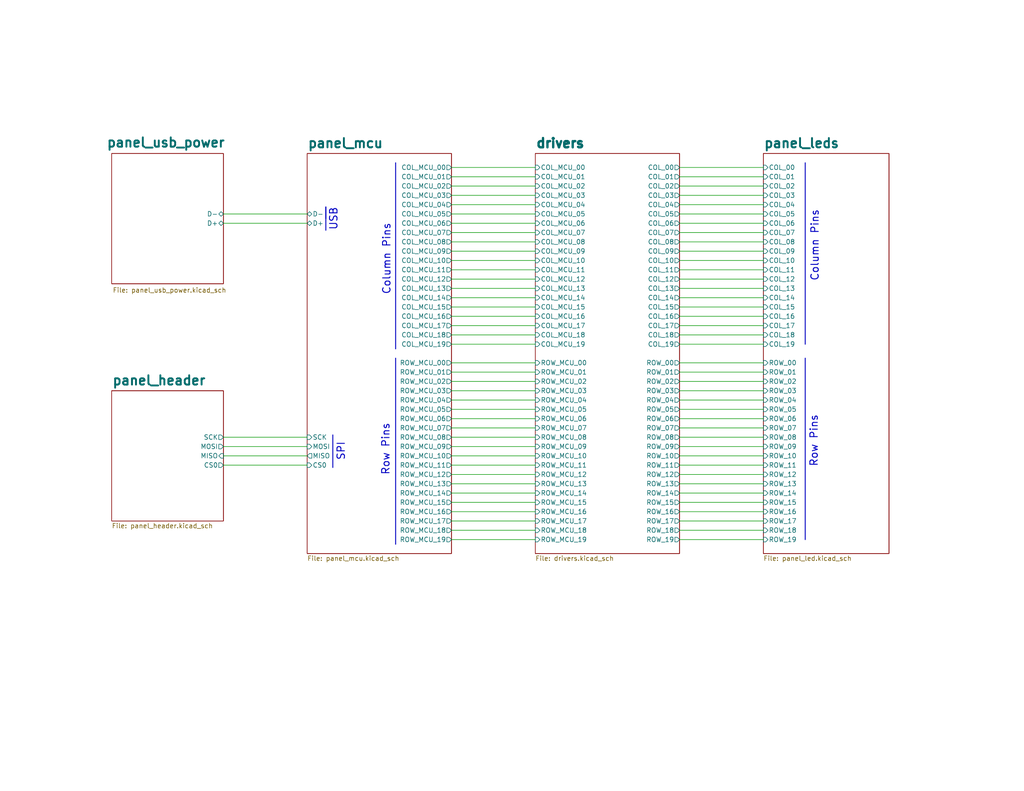
<source format=kicad_sch>
(kicad_sch
	(version 20250114)
	(generator "eeschema")
	(generator_version "9.0")
	(uuid "1e634561-32a0-4ffa-9d4f-e93f355464d5")
	(paper "USLetter")
	(title_block
		(date "9 may 2016")
	)
	(lib_symbols)
	(text "Column Pins"
		(exclude_from_sim no)
		(at 106.68 60.96 90)
		(effects
			(font
				(size 2.032 2.032)
				(thickness 0.254)
				(bold yes)
			)
			(justify right bottom)
		)
		(uuid "24708dc3-c72c-415a-b99f-c06128534493")
	)
	(text "Column Pins"
		(exclude_from_sim no)
		(at 223.52 76.962 90)
		(effects
			(font
				(size 2.032 2.032)
				(thickness 0.254)
				(bold yes)
			)
			(justify left bottom)
		)
		(uuid "2df38be8-f12b-4b8b-9dba-fd4e7c17e40b")
	)
	(text "Row Pins"
		(exclude_from_sim no)
		(at 106.426 115.57 90)
		(effects
			(font
				(size 2.032 2.032)
				(thickness 0.254)
				(bold yes)
			)
			(justify right bottom)
		)
		(uuid "5f5697d3-3c30-4011-84b1-757ea1df703e")
	)
	(text "Row Pins"
		(exclude_from_sim no)
		(at 223.266 113.284 90)
		(effects
			(font
				(size 2.032 2.032)
				(thickness 0.254)
				(bold yes)
			)
			(justify right bottom)
		)
		(uuid "725aa3a0-af5a-4399-9a7a-5f23f6a694bd")
	)
	(text "SPI"
		(exclude_from_sim no)
		(at 94.234 120.65 90)
		(effects
			(font
				(size 2.032 2.032)
				(thickness 0.254)
				(bold yes)
			)
			(justify right bottom)
		)
		(uuid "bda469d8-75df-4031-ac1e-9812fc066342")
	)
	(text "USB"
		(exclude_from_sim no)
		(at 92.202 56.642 90)
		(effects
			(font
				(size 2.032 2.032)
				(thickness 0.254)
				(bold yes)
			)
			(justify right bottom)
		)
		(uuid "c3cc9116-8458-4c81-aa58-d1f268fb543a")
	)
	(wire
		(pts
			(xy 185.42 88.9) (xy 208.28 88.9)
		)
		(stroke
			(width 0)
			(type default)
		)
		(uuid "01b9e916-f558-45bf-9ab7-42333037b74b")
	)
	(wire
		(pts
			(xy 185.42 68.58) (xy 208.28 68.58)
		)
		(stroke
			(width 0)
			(type default)
		)
		(uuid "0388cedf-022f-471b-9620-5821792c9311")
	)
	(wire
		(pts
			(xy 123.19 60.96) (xy 146.05 60.96)
		)
		(stroke
			(width 0)
			(type default)
		)
		(uuid "076c54cb-13dd-4c89-852c-62db4ef0228e")
	)
	(wire
		(pts
			(xy 185.42 129.54) (xy 208.28 129.54)
		)
		(stroke
			(width 0)
			(type default)
		)
		(uuid "083592bc-e918-41d6-8c1e-53b9a0285439")
	)
	(polyline
		(pts
			(xy 90.805 118.745) (xy 90.805 127.635)
		)
		(stroke
			(width 0.254)
			(type solid)
		)
		(uuid "08b02193-7e35-4e70-ae44-c995e806d3f6")
	)
	(wire
		(pts
			(xy 185.42 144.78) (xy 208.28 144.78)
		)
		(stroke
			(width 0)
			(type default)
		)
		(uuid "0a690e31-f444-424e-a3fd-fac6779f17ee")
	)
	(wire
		(pts
			(xy 123.19 101.6) (xy 146.05 101.6)
		)
		(stroke
			(width 0)
			(type default)
		)
		(uuid "15ab13a9-48fd-4096-822a-e0396875865f")
	)
	(wire
		(pts
			(xy 123.19 121.92) (xy 146.05 121.92)
		)
		(stroke
			(width 0)
			(type default)
		)
		(uuid "18af2a0c-e6ca-4ac1-9376-91c2cd9da2dc")
	)
	(wire
		(pts
			(xy 123.19 119.38) (xy 146.05 119.38)
		)
		(stroke
			(width 0)
			(type default)
		)
		(uuid "1d464c5b-1d26-4e4a-81c5-bc9ebdd5dc4b")
	)
	(wire
		(pts
			(xy 60.96 127) (xy 83.82 127)
		)
		(stroke
			(width 0)
			(type default)
		)
		(uuid "2021788e-aa04-4baf-8ea9-058d7ff199bf")
	)
	(polyline
		(pts
			(xy 107.95 97.79) (xy 107.95 148.59)
		)
		(stroke
			(width 0.254)
			(type solid)
		)
		(uuid "2414c110-32b1-40f8-9bfe-81978cdaa2bf")
	)
	(wire
		(pts
			(xy 185.42 104.14) (xy 208.28 104.14)
		)
		(stroke
			(width 0)
			(type default)
		)
		(uuid "24d3980d-4c68-4a8e-89d2-f9d196d6d75b")
	)
	(wire
		(pts
			(xy 185.42 55.88) (xy 208.28 55.88)
		)
		(stroke
			(width 0)
			(type default)
		)
		(uuid "26b28faa-020d-4f9e-9b89-f049be34def5")
	)
	(wire
		(pts
			(xy 123.19 137.16) (xy 146.05 137.16)
		)
		(stroke
			(width 0)
			(type default)
		)
		(uuid "283562e2-a9a6-4368-a65e-256e0e7e8a01")
	)
	(wire
		(pts
			(xy 185.42 137.16) (xy 208.28 137.16)
		)
		(stroke
			(width 0)
			(type default)
		)
		(uuid "2bfe9bfc-4199-49cd-b221-ea7ee6c8a744")
	)
	(wire
		(pts
			(xy 123.19 63.5) (xy 146.05 63.5)
		)
		(stroke
			(width 0)
			(type default)
		)
		(uuid "2e73a7c3-5acb-4d58-81f5-7bcc90a00a1b")
	)
	(wire
		(pts
			(xy 185.42 50.8) (xy 208.28 50.8)
		)
		(stroke
			(width 0)
			(type default)
		)
		(uuid "2ecd0ac5-5058-4423-8906-a18b3dc9b4b3")
	)
	(polyline
		(pts
			(xy 88.9 56.515) (xy 88.9 62.865)
		)
		(stroke
			(width 0.254)
			(type solid)
		)
		(uuid "30c4ff71-8b13-4122-815d-47b0b0f83382")
	)
	(wire
		(pts
			(xy 185.42 114.3) (xy 208.28 114.3)
		)
		(stroke
			(width 0)
			(type default)
		)
		(uuid "31e657ec-bd3b-4d05-a677-a62a69fac6de")
	)
	(wire
		(pts
			(xy 185.42 81.28) (xy 208.28 81.28)
		)
		(stroke
			(width 0)
			(type default)
		)
		(uuid "350b3694-70de-41a3-9645-3a7a6db24d70")
	)
	(wire
		(pts
			(xy 123.19 71.12) (xy 146.05 71.12)
		)
		(stroke
			(width 0)
			(type default)
		)
		(uuid "3702d020-056a-4b0c-af5b-b8016c6078a2")
	)
	(wire
		(pts
			(xy 185.42 91.44) (xy 208.28 91.44)
		)
		(stroke
			(width 0)
			(type default)
		)
		(uuid "39c9620c-5cce-4567-8ec5-8f950bac5a7e")
	)
	(polyline
		(pts
			(xy 107.95 44.45) (xy 107.95 95.25)
		)
		(stroke
			(width 0.254)
			(type solid)
		)
		(uuid "3d956b57-5c44-46cc-a710-1c0c0b901f9e")
	)
	(wire
		(pts
			(xy 60.96 60.96) (xy 83.82 60.96)
		)
		(stroke
			(width 0)
			(type default)
		)
		(uuid "3f22fdd2-b677-4692-8d25-c4eb705ce1c7")
	)
	(wire
		(pts
			(xy 185.42 78.74) (xy 208.28 78.74)
		)
		(stroke
			(width 0)
			(type default)
		)
		(uuid "4070886b-c74d-4f75-9937-3432a4493351")
	)
	(wire
		(pts
			(xy 123.19 76.2) (xy 146.05 76.2)
		)
		(stroke
			(width 0)
			(type default)
		)
		(uuid "431f4d74-12e9-4199-9663-b9c3d8e1cdc3")
	)
	(wire
		(pts
			(xy 123.19 73.66) (xy 146.05 73.66)
		)
		(stroke
			(width 0)
			(type default)
		)
		(uuid "4517d720-7493-4899-9454-8048a4006dfc")
	)
	(wire
		(pts
			(xy 123.19 86.36) (xy 146.05 86.36)
		)
		(stroke
			(width 0)
			(type default)
		)
		(uuid "45d00998-c2a8-4263-b2df-84a02f682da2")
	)
	(wire
		(pts
			(xy 123.19 139.7) (xy 146.05 139.7)
		)
		(stroke
			(width 0)
			(type default)
		)
		(uuid "4ca6efa9-dcac-40c9-95ac-02b6e67517b8")
	)
	(wire
		(pts
			(xy 123.19 45.72) (xy 146.05 45.72)
		)
		(stroke
			(width 0)
			(type default)
		)
		(uuid "4dd6a9be-ae45-4c66-9972-16d43b207f5f")
	)
	(wire
		(pts
			(xy 185.42 73.66) (xy 208.28 73.66)
		)
		(stroke
			(width 0)
			(type default)
		)
		(uuid "5422eecc-9653-4392-ac10-01b10c1ac30e")
	)
	(wire
		(pts
			(xy 123.19 83.82) (xy 146.05 83.82)
		)
		(stroke
			(width 0)
			(type default)
		)
		(uuid "5ab4cef3-ac65-4886-b4eb-2607a9807645")
	)
	(wire
		(pts
			(xy 123.19 78.74) (xy 146.05 78.74)
		)
		(stroke
			(width 0)
			(type default)
		)
		(uuid "5b4df246-d8c0-4c70-bb32-75ea80b5b9d1")
	)
	(wire
		(pts
			(xy 60.96 58.42) (xy 83.82 58.42)
		)
		(stroke
			(width 0)
			(type default)
		)
		(uuid "5e2f7dbc-7ea5-4616-b0bf-2d97c890a99d")
	)
	(wire
		(pts
			(xy 123.19 58.42) (xy 146.05 58.42)
		)
		(stroke
			(width 0)
			(type default)
		)
		(uuid "5f42a4b4-9ded-46df-a9fb-959492fa6aee")
	)
	(wire
		(pts
			(xy 123.19 68.58) (xy 146.05 68.58)
		)
		(stroke
			(width 0)
			(type default)
		)
		(uuid "618dda67-d473-4ecb-b58b-14cfec30d2dd")
	)
	(wire
		(pts
			(xy 123.19 81.28) (xy 146.05 81.28)
		)
		(stroke
			(width 0)
			(type default)
		)
		(uuid "63af09bf-adc4-4b92-9f09-559411630dbd")
	)
	(wire
		(pts
			(xy 185.42 66.04) (xy 208.28 66.04)
		)
		(stroke
			(width 0)
			(type default)
		)
		(uuid "65fa7e3f-4769-4bae-b5e8-754307c9201b")
	)
	(wire
		(pts
			(xy 123.19 106.68) (xy 146.05 106.68)
		)
		(stroke
			(width 0)
			(type default)
		)
		(uuid "674802a4-5262-4d1e-8fb7-1f35997a5fdc")
	)
	(wire
		(pts
			(xy 185.42 76.2) (xy 208.28 76.2)
		)
		(stroke
			(width 0)
			(type default)
		)
		(uuid "6dafe062-a9f5-4253-bdba-0aa682ab97f9")
	)
	(wire
		(pts
			(xy 123.19 53.34) (xy 146.05 53.34)
		)
		(stroke
			(width 0)
			(type default)
		)
		(uuid "71d02fc1-04cc-45be-ac5b-924942094bc8")
	)
	(wire
		(pts
			(xy 123.19 129.54) (xy 146.05 129.54)
		)
		(stroke
			(width 0)
			(type default)
		)
		(uuid "74399063-12d6-42e0-957b-1e0491d2617b")
	)
	(wire
		(pts
			(xy 185.42 132.08) (xy 208.28 132.08)
		)
		(stroke
			(width 0)
			(type default)
		)
		(uuid "763da8fd-9a13-45bb-8399-0b8056bbe4ea")
	)
	(wire
		(pts
			(xy 185.42 134.62) (xy 208.28 134.62)
		)
		(stroke
			(width 0)
			(type default)
		)
		(uuid "7aa0709f-d29d-4706-9b40-87ea8871df85")
	)
	(wire
		(pts
			(xy 185.42 119.38) (xy 208.28 119.38)
		)
		(stroke
			(width 0)
			(type default)
		)
		(uuid "7bb08135-eca2-48ce-a12d-87a66dcab0aa")
	)
	(wire
		(pts
			(xy 185.42 111.76) (xy 208.28 111.76)
		)
		(stroke
			(width 0)
			(type default)
		)
		(uuid "7cd173d9-c943-4abe-b19a-5dcb90cf12d0")
	)
	(wire
		(pts
			(xy 60.96 121.92) (xy 83.82 121.92)
		)
		(stroke
			(width 0)
			(type default)
		)
		(uuid "7d3e16c3-f952-438a-8a7d-a5a5f0a93cb0")
	)
	(wire
		(pts
			(xy 123.19 124.46) (xy 146.05 124.46)
		)
		(stroke
			(width 0)
			(type default)
		)
		(uuid "807142dd-9858-430d-aabb-a71717c715e5")
	)
	(wire
		(pts
			(xy 123.19 88.9) (xy 146.05 88.9)
		)
		(stroke
			(width 0)
			(type default)
		)
		(uuid "831a2f5c-7589-4768-badb-ed4697177e08")
	)
	(wire
		(pts
			(xy 185.42 93.98) (xy 208.28 93.98)
		)
		(stroke
			(width 0)
			(type default)
		)
		(uuid "85252777-1f9f-414c-a665-6181db911455")
	)
	(wire
		(pts
			(xy 185.42 86.36) (xy 208.28 86.36)
		)
		(stroke
			(width 0)
			(type default)
		)
		(uuid "896c8f9a-7368-4812-aa6d-f4fa4ca6a202")
	)
	(polyline
		(pts
			(xy 219.71 44.45) (xy 219.71 93.98)
		)
		(stroke
			(width 0.254)
			(type solid)
		)
		(uuid "91068dd1-328d-49f1-8dae-86ff004bbc4f")
	)
	(wire
		(pts
			(xy 123.19 134.62) (xy 146.05 134.62)
		)
		(stroke
			(width 0)
			(type default)
		)
		(uuid "9517c89c-19ab-457f-9f82-ddebaf5d0f99")
	)
	(wire
		(pts
			(xy 185.42 58.42) (xy 208.28 58.42)
		)
		(stroke
			(width 0)
			(type default)
		)
		(uuid "9a2df81d-12f5-456e-8ca0-f39da6a0e3f2")
	)
	(wire
		(pts
			(xy 123.19 132.08) (xy 146.05 132.08)
		)
		(stroke
			(width 0)
			(type default)
		)
		(uuid "9ba9844c-1d68-4ef0-b8d0-6ea154b04605")
	)
	(polyline
		(pts
			(xy 88.9 56.515) (xy 88.9 59.69)
		)
		(stroke
			(width 0.254)
			(type solid)
		)
		(uuid "9be5d0c7-76fb-435d-ab57-728472cf5300")
	)
	(wire
		(pts
			(xy 60.96 119.38) (xy 83.82 119.38)
		)
		(stroke
			(width 0)
			(type default)
		)
		(uuid "9c47b184-e88b-4709-bd08-f3e8f8f08a0f")
	)
	(wire
		(pts
			(xy 123.19 50.8) (xy 146.05 50.8)
		)
		(stroke
			(width 0)
			(type default)
		)
		(uuid "9d16d908-aeb9-496a-8587-b7d6fab2038a")
	)
	(wire
		(pts
			(xy 123.19 104.14) (xy 146.05 104.14)
		)
		(stroke
			(width 0)
			(type default)
		)
		(uuid "9f4b5eba-9bd5-479b-9a94-21dea975d007")
	)
	(wire
		(pts
			(xy 185.42 147.32) (xy 208.28 147.32)
		)
		(stroke
			(width 0)
			(type default)
		)
		(uuid "a037f334-c449-45fc-bc46-55d11e1fe7ba")
	)
	(wire
		(pts
			(xy 123.19 55.88) (xy 146.05 55.88)
		)
		(stroke
			(width 0)
			(type default)
		)
		(uuid "a050b4b2-3cd3-438e-9df8-bbb59eadda24")
	)
	(wire
		(pts
			(xy 185.42 106.68) (xy 208.28 106.68)
		)
		(stroke
			(width 0)
			(type default)
		)
		(uuid "a6c6089d-92a8-4fdd-9326-b6f4fa569cbf")
	)
	(wire
		(pts
			(xy 185.42 99.06) (xy 208.28 99.06)
		)
		(stroke
			(width 0)
			(type default)
		)
		(uuid "aa0d2a9d-a965-427e-93c6-019779c8a9e7")
	)
	(wire
		(pts
			(xy 123.19 116.84) (xy 146.05 116.84)
		)
		(stroke
			(width 0)
			(type default)
		)
		(uuid "ace0d14f-d3b3-4447-b050-1668de366384")
	)
	(wire
		(pts
			(xy 185.42 142.24) (xy 208.28 142.24)
		)
		(stroke
			(width 0)
			(type default)
		)
		(uuid "ad2d2357-32dc-47f0-9caf-483eeb4505a1")
	)
	(wire
		(pts
			(xy 185.42 109.22) (xy 208.28 109.22)
		)
		(stroke
			(width 0)
			(type default)
		)
		(uuid "afa36acc-6851-42d8-93b3-9eb70b7d0437")
	)
	(wire
		(pts
			(xy 123.19 142.24) (xy 146.05 142.24)
		)
		(stroke
			(width 0)
			(type default)
		)
		(uuid "b9a1fa47-60c8-402c-b45f-dd98f1544335")
	)
	(wire
		(pts
			(xy 185.42 127) (xy 208.28 127)
		)
		(stroke
			(width 0)
			(type default)
		)
		(uuid "c1dc7e9a-16bd-4bca-85c1-f7d4dcca22e5")
	)
	(wire
		(pts
			(xy 185.42 124.46) (xy 208.28 124.46)
		)
		(stroke
			(width 0)
			(type default)
		)
		(uuid "c4100729-e728-433d-bae9-0f898d7b6654")
	)
	(wire
		(pts
			(xy 123.19 109.22) (xy 146.05 109.22)
		)
		(stroke
			(width 0)
			(type default)
		)
		(uuid "c58b043d-a627-4987-bad7-6f0c2a7ebbad")
	)
	(wire
		(pts
			(xy 123.19 127) (xy 146.05 127)
		)
		(stroke
			(width 0)
			(type default)
		)
		(uuid "c8b0888d-6893-4d4b-99ed-953148fb1e21")
	)
	(wire
		(pts
			(xy 185.42 48.26) (xy 208.28 48.26)
		)
		(stroke
			(width 0)
			(type default)
		)
		(uuid "cb6e3da4-2434-42f8-94a8-284f3131f964")
	)
	(wire
		(pts
			(xy 185.42 53.34) (xy 208.28 53.34)
		)
		(stroke
			(width 0)
			(type default)
		)
		(uuid "cb921954-428d-4b7e-91fc-d3efb57cc555")
	)
	(wire
		(pts
			(xy 185.42 71.12) (xy 208.28 71.12)
		)
		(stroke
			(width 0)
			(type default)
		)
		(uuid "cc0c2e8c-4712-427f-968f-886854fc8438")
	)
	(wire
		(pts
			(xy 185.42 121.92) (xy 208.28 121.92)
		)
		(stroke
			(width 0)
			(type default)
		)
		(uuid "ce733c68-4b39-42a5-b02b-835e38bb35dd")
	)
	(wire
		(pts
			(xy 185.42 63.5) (xy 208.28 63.5)
		)
		(stroke
			(width 0)
			(type default)
		)
		(uuid "ce9611c4-ca86-4e17-866a-6dfce0ac9793")
	)
	(wire
		(pts
			(xy 123.19 114.3) (xy 146.05 114.3)
		)
		(stroke
			(width 0)
			(type default)
		)
		(uuid "d0d97840-61eb-4f79-bf1e-b1f3dc1f31ce")
	)
	(polyline
		(pts
			(xy 219.71 97.79) (xy 219.71 147.32)
		)
		(stroke
			(width 0.254)
			(type solid)
		)
		(uuid "d2919ae3-5de0-4bdf-8869-3ae5d75b0ccb")
	)
	(wire
		(pts
			(xy 123.19 147.32) (xy 146.05 147.32)
		)
		(stroke
			(width 0)
			(type default)
		)
		(uuid "d2e6b36c-a004-49db-bf41-f49f3d2c721a")
	)
	(wire
		(pts
			(xy 123.19 93.98) (xy 146.05 93.98)
		)
		(stroke
			(width 0)
			(type default)
		)
		(uuid "d35661c2-2ead-40bc-8287-da181ffa0d3e")
	)
	(wire
		(pts
			(xy 185.42 60.96) (xy 208.28 60.96)
		)
		(stroke
			(width 0)
			(type default)
		)
		(uuid "d499f4ce-00da-47d6-b939-716969d19a15")
	)
	(wire
		(pts
			(xy 123.19 66.04) (xy 146.05 66.04)
		)
		(stroke
			(width 0)
			(type default)
		)
		(uuid "d89fedd5-a5b6-42d0-b3fb-5e0cce4dac1b")
	)
	(wire
		(pts
			(xy 123.19 91.44) (xy 146.05 91.44)
		)
		(stroke
			(width 0)
			(type default)
		)
		(uuid "d98156c8-847e-42fb-9855-0b594d90e6e6")
	)
	(polyline
		(pts
			(xy 372.745 185.928) (xy 372.745 186.182)
		)
		(stroke
			(width 0)
			(type default)
		)
		(uuid "e0267821-d6f3-4b27-8043-45e4cf04ee81")
	)
	(wire
		(pts
			(xy 60.96 124.46) (xy 83.82 124.46)
		)
		(stroke
			(width 0)
			(type default)
		)
		(uuid "e2c1de53-cbd3-4191-a4c4-0b173a632606")
	)
	(wire
		(pts
			(xy 123.19 48.26) (xy 146.05 48.26)
		)
		(stroke
			(width 0)
			(type default)
		)
		(uuid "e69004ee-5af2-4588-87d9-ad090220159c")
	)
	(wire
		(pts
			(xy 123.19 144.78) (xy 146.05 144.78)
		)
		(stroke
			(width 0)
			(type default)
		)
		(uuid "e69aa65a-672f-4f21-8637-54fcab57068a")
	)
	(wire
		(pts
			(xy 185.42 83.82) (xy 208.28 83.82)
		)
		(stroke
			(width 0)
			(type default)
		)
		(uuid "f07b8343-1575-4c2f-8fc0-3915c6e4cbe0")
	)
	(wire
		(pts
			(xy 123.19 99.06) (xy 146.05 99.06)
		)
		(stroke
			(width 0)
			(type default)
		)
		(uuid "f1c36c51-ecd7-435f-8465-186b58682b58")
	)
	(wire
		(pts
			(xy 123.19 111.76) (xy 146.05 111.76)
		)
		(stroke
			(width 0)
			(type default)
		)
		(uuid "f2403de4-285f-4958-8158-f28ef2a95bdb")
	)
	(wire
		(pts
			(xy 185.42 45.72) (xy 208.28 45.72)
		)
		(stroke
			(width 0)
			(type default)
		)
		(uuid "f63c7dac-1121-4205-b0d8-953558ee170c")
	)
	(wire
		(pts
			(xy 185.42 116.84) (xy 208.28 116.84)
		)
		(stroke
			(width 0)
			(type default)
		)
		(uuid "fb996e97-f83a-4919-9fd4-81bd53c702bd")
	)
	(wire
		(pts
			(xy 185.42 139.7) (xy 208.28 139.7)
		)
		(stroke
			(width 0)
			(type default)
		)
		(uuid "fd5c32e3-bddc-43ea-bd4a-5c65bb9f38a4")
	)
	(wire
		(pts
			(xy 185.42 101.6) (xy 208.28 101.6)
		)
		(stroke
			(width 0)
			(type default)
		)
		(uuid "fe626b1b-3f3c-4f8a-9a6b-017c7610c712")
	)
	(sheet
		(at 30.48 106.68)
		(size 30.48 35.56)
		(exclude_from_sim no)
		(in_bom yes)
		(on_board yes)
		(dnp no)
		(fields_autoplaced yes)
		(stroke
			(width 0.1524)
			(type solid)
		)
		(fill
			(color 0 0 0 0.0000)
		)
		(uuid "35cc1d84-fe4a-4d4c-89d0-5c31c9afaae5")
		(property "Sheetname" "panel_header"
			(at 30.48 105.3334 0)
			(effects
				(font
					(size 2.54 2.54)
					(bold yes)
				)
				(justify left bottom)
			)
		)
		(property "Sheetfile" "panel_header.kicad_sch"
			(at 30.48 142.8246 0)
			(effects
				(font
					(size 1.27 1.27)
				)
				(justify left top)
			)
		)
		(pin "MISO" input
			(at 60.96 124.46 0)
			(uuid "3527a928-c4d9-422f-b0a9-bc2662411d51")
			(effects
				(font
					(size 1.27 1.27)
				)
				(justify right)
			)
		)
		(pin "CS0" output
			(at 60.96 127 0)
			(uuid "42fb3c47-bfdd-4916-a366-a9b691586839")
			(effects
				(font
					(size 1.27 1.27)
				)
				(justify right)
			)
		)
		(pin "MOSI" output
			(at 60.96 121.92 0)
			(uuid "56ce4697-8db1-4879-8111-b0d378755126")
			(effects
				(font
					(size 1.27 1.27)
				)
				(justify right)
			)
		)
		(pin "SCK" output
			(at 60.96 119.38 0)
			(uuid "3d96a856-757d-40c5-9611-8209e3705c6d")
			(effects
				(font
					(size 1.27 1.27)
				)
				(justify right)
			)
		)
		(instances
			(project "panel_rp2350_20x20"
				(path "/1e634561-32a0-4ffa-9d4f-e93f355464d5"
					(page "8")
				)
			)
		)
	)
	(sheet
		(at 208.28 41.91)
		(size 34.29 109.22)
		(exclude_from_sim no)
		(in_bom yes)
		(on_board yes)
		(dnp no)
		(fields_autoplaced yes)
		(stroke
			(width 0.1524)
			(type solid)
		)
		(fill
			(color 0 0 0 0.0000)
		)
		(uuid "9e6027a1-8475-463d-b347-a287726616e8")
		(property "Sheetname" "panel_leds"
			(at 208.28 40.5634 0)
			(effects
				(font
					(size 2.54 2.54)
					(bold yes)
				)
				(justify left bottom)
			)
		)
		(property "Sheetfile" "panel_led.kicad_sch"
			(at 208.28 151.7146 0)
			(effects
				(font
					(size 1.27 1.27)
				)
				(justify left top)
			)
		)
		(pin "COL_00" input
			(at 208.28 45.72 180)
			(uuid "beeb8ba7-fedb-4f74-92a6-6e12d6e63f1b")
			(effects
				(font
					(size 1.27 1.27)
				)
				(justify left)
			)
		)
		(pin "COL_01" input
			(at 208.28 48.26 180)
			(uuid "b75df0f6-45a4-4d5b-88e1-ba2872d54d33")
			(effects
				(font
					(size 1.27 1.27)
				)
				(justify left)
			)
		)
		(pin "COL_02" input
			(at 208.28 50.8 180)
			(uuid "dbea749b-cda2-490d-8f4e-f77f9e6d227f")
			(effects
				(font
					(size 1.27 1.27)
				)
				(justify left)
			)
		)
		(pin "COL_03" input
			(at 208.28 53.34 180)
			(uuid "2f36cf37-3f37-4e9c-a467-682210295f40")
			(effects
				(font
					(size 1.27 1.27)
				)
				(justify left)
			)
		)
		(pin "COL_04" input
			(at 208.28 55.88 180)
			(uuid "9a1a45c7-5cee-42a4-98ce-4bfc50c42e5d")
			(effects
				(font
					(size 1.27 1.27)
				)
				(justify left)
			)
		)
		(pin "COL_05" input
			(at 208.28 58.42 180)
			(uuid "7e7f6fc7-7dbf-4add-991f-14b0194c2c54")
			(effects
				(font
					(size 1.27 1.27)
				)
				(justify left)
			)
		)
		(pin "COL_06" input
			(at 208.28 60.96 180)
			(uuid "c53e1514-4822-422d-8c9b-32c8cacb8f3d")
			(effects
				(font
					(size 1.27 1.27)
				)
				(justify left)
			)
		)
		(pin "COL_07" input
			(at 208.28 63.5 180)
			(uuid "16a6d340-067f-4bf0-814c-920157008563")
			(effects
				(font
					(size 1.27 1.27)
				)
				(justify left)
			)
		)
		(pin "COL_08" input
			(at 208.28 66.04 180)
			(uuid "44ac9d97-ff0d-45f4-835c-434a675f92bb")
			(effects
				(font
					(size 1.27 1.27)
				)
				(justify left)
			)
		)
		(pin "COL_09" input
			(at 208.28 68.58 180)
			(uuid "d7299c8e-fba2-494d-bccb-b1ed39470442")
			(effects
				(font
					(size 1.27 1.27)
				)
				(justify left)
			)
		)
		(pin "COL_10" input
			(at 208.28 71.12 180)
			(uuid "514d7b88-8bd4-4376-b470-618af3fc7a56")
			(effects
				(font
					(size 1.27 1.27)
				)
				(justify left)
			)
		)
		(pin "COL_11" input
			(at 208.28 73.66 180)
			(uuid "29a74c58-f34f-43dc-8fda-cdb755cfa559")
			(effects
				(font
					(size 1.27 1.27)
				)
				(justify left)
			)
		)
		(pin "COL_12" input
			(at 208.28 76.2 180)
			(uuid "d0b85314-e0cd-467b-9f98-832e9ed10479")
			(effects
				(font
					(size 1.27 1.27)
				)
				(justify left)
			)
		)
		(pin "COL_13" input
			(at 208.28 78.74 180)
			(uuid "87e8e1ee-e723-4939-9345-6fca6dd35252")
			(effects
				(font
					(size 1.27 1.27)
				)
				(justify left)
			)
		)
		(pin "COL_14" input
			(at 208.28 81.28 180)
			(uuid "ac463837-8df1-460c-91af-3c02b142d64b")
			(effects
				(font
					(size 1.27 1.27)
				)
				(justify left)
			)
		)
		(pin "COL_15" input
			(at 208.28 83.82 180)
			(uuid "44d21ccc-a234-4583-8036-990fb7ce89b3")
			(effects
				(font
					(size 1.27 1.27)
				)
				(justify left)
			)
		)
		(pin "COL_16" input
			(at 208.28 86.36 180)
			(uuid "6af03169-cb37-4d57-aa0e-fc289c7962e8")
			(effects
				(font
					(size 1.27 1.27)
				)
				(justify left)
			)
		)
		(pin "COL_17" input
			(at 208.28 88.9 180)
			(uuid "716a5f30-e39a-45aa-aa7b-2613ebe5ace1")
			(effects
				(font
					(size 1.27 1.27)
				)
				(justify left)
			)
		)
		(pin "COL_18" input
			(at 208.28 91.44 180)
			(uuid "8078ecfc-4802-4ebf-bd8e-864c09b67534")
			(effects
				(font
					(size 1.27 1.27)
				)
				(justify left)
			)
		)
		(pin "COL_19" input
			(at 208.28 93.98 180)
			(uuid "5ef3ee0c-f6c7-4eb2-9ed3-58d7c0f1b99a")
			(effects
				(font
					(size 1.27 1.27)
				)
				(justify left)
			)
		)
		(pin "ROW_00" input
			(at 208.28 99.06 180)
			(uuid "a2411418-6250-4c10-bde3-2332d1001878")
			(effects
				(font
					(size 1.27 1.27)
				)
				(justify left)
			)
		)
		(pin "ROW_01" input
			(at 208.28 101.6 180)
			(uuid "a1cfed28-9baa-44e7-b478-4a0b34b709f1")
			(effects
				(font
					(size 1.27 1.27)
				)
				(justify left)
			)
		)
		(pin "ROW_02" input
			(at 208.28 104.14 180)
			(uuid "130751e8-2833-4bc1-b8ee-bfe4aa8f4577")
			(effects
				(font
					(size 1.27 1.27)
				)
				(justify left)
			)
		)
		(pin "ROW_03" input
			(at 208.28 106.68 180)
			(uuid "cb1d76e0-523b-4eca-aa81-f887250c4025")
			(effects
				(font
					(size 1.27 1.27)
				)
				(justify left)
			)
		)
		(pin "ROW_04" input
			(at 208.28 109.22 180)
			(uuid "3ccb784d-a730-4b4b-a372-ee312565c15c")
			(effects
				(font
					(size 1.27 1.27)
				)
				(justify left)
			)
		)
		(pin "ROW_05" input
			(at 208.28 111.76 180)
			(uuid "f41ddf7d-3e0a-4f4b-80bb-6c5d8c473b07")
			(effects
				(font
					(size 1.27 1.27)
				)
				(justify left)
			)
		)
		(pin "ROW_06" input
			(at 208.28 114.3 180)
			(uuid "5fa2765d-d8bb-40e1-8fbf-e2b68a777fa6")
			(effects
				(font
					(size 1.27 1.27)
				)
				(justify left)
			)
		)
		(pin "ROW_07" input
			(at 208.28 116.84 180)
			(uuid "e1dbe4bc-8491-4def-a8d8-b810102d15f2")
			(effects
				(font
					(size 1.27 1.27)
				)
				(justify left)
			)
		)
		(pin "ROW_08" input
			(at 208.28 119.38 180)
			(uuid "943b327f-0eb6-4231-b8b9-b2cf98106941")
			(effects
				(font
					(size 1.27 1.27)
				)
				(justify left)
			)
		)
		(pin "ROW_09" input
			(at 208.28 121.92 180)
			(uuid "4fc5b180-b486-4e73-a9e6-045779ab6c1e")
			(effects
				(font
					(size 1.27 1.27)
				)
				(justify left)
			)
		)
		(pin "ROW_10" input
			(at 208.28 124.46 180)
			(uuid "5cd06bc8-ec89-4333-928c-4211f0390851")
			(effects
				(font
					(size 1.27 1.27)
				)
				(justify left)
			)
		)
		(pin "ROW_11" input
			(at 208.28 127 180)
			(uuid "1cb57a1f-31e5-4309-9dad-ab2c94a9c77a")
			(effects
				(font
					(size 1.27 1.27)
				)
				(justify left)
			)
		)
		(pin "ROW_12" input
			(at 208.28 129.54 180)
			(uuid "6b9e2552-6d2f-420e-969f-1c8a0a7b2f16")
			(effects
				(font
					(size 1.27 1.27)
				)
				(justify left)
			)
		)
		(pin "ROW_13" input
			(at 208.28 132.08 180)
			(uuid "73b01e7d-f85c-4d9a-ab8b-9b3d79ce11aa")
			(effects
				(font
					(size 1.27 1.27)
				)
				(justify left)
			)
		)
		(pin "ROW_14" input
			(at 208.28 134.62 180)
			(uuid "ca3f8df5-2eeb-426c-aeb9-b2d163419ef4")
			(effects
				(font
					(size 1.27 1.27)
				)
				(justify left)
			)
		)
		(pin "ROW_15" input
			(at 208.28 137.16 180)
			(uuid "df648b03-d6ef-4477-bd98-301ea9386967")
			(effects
				(font
					(size 1.27 1.27)
				)
				(justify left)
			)
		)
		(pin "ROW_16" input
			(at 208.28 139.7 180)
			(uuid "84d57fbd-0e19-43e0-9af6-c0f7309ef06e")
			(effects
				(font
					(size 1.27 1.27)
				)
				(justify left)
			)
		)
		(pin "ROW_17" input
			(at 208.28 142.24 180)
			(uuid "291a76fb-a0f0-4ee1-a7cd-75886d07ea92")
			(effects
				(font
					(size 1.27 1.27)
				)
				(justify left)
			)
		)
		(pin "ROW_18" input
			(at 208.28 144.78 180)
			(uuid "3771e49c-e1ff-44af-8301-531ca009b9a7")
			(effects
				(font
					(size 1.27 1.27)
				)
				(justify left)
			)
		)
		(pin "ROW_19" input
			(at 208.28 147.32 180)
			(uuid "aa123a2f-5bad-40a3-82d9-874b58a39a5c")
			(effects
				(font
					(size 1.27 1.27)
				)
				(justify left)
			)
		)
		(instances
			(project "panel_rp2350_20x20"
				(path "/1e634561-32a0-4ffa-9d4f-e93f355464d5"
					(page "4")
				)
			)
		)
	)
	(sheet
		(at 146.05 41.91)
		(size 39.37 109.22)
		(exclude_from_sim no)
		(in_bom yes)
		(on_board yes)
		(dnp no)
		(fields_autoplaced yes)
		(stroke
			(width 0.1524)
			(type solid)
		)
		(fill
			(color 0 0 0 0.0000)
		)
		(uuid "a7d5befd-9114-4010-9802-fabf9a587f92")
		(property "Sheetname" "drivers"
			(at 146.05 40.5634 0)
			(effects
				(font
					(size 2.54 2.54)
					(thickness 0.762)
					(bold yes)
				)
				(justify left bottom)
			)
		)
		(property "Sheetfile" "drivers.kicad_sch"
			(at 146.05 151.7146 0)
			(effects
				(font
					(size 1.27 1.27)
				)
				(justify left top)
			)
		)
		(pin "COL_00" output
			(at 185.42 45.72 0)
			(uuid "235c3dd0-42ae-4abd-b793-b1dc362846ea")
			(effects
				(font
					(size 1.27 1.27)
				)
				(justify right)
			)
		)
		(pin "COL_01" output
			(at 185.42 48.26 0)
			(uuid "fd149c9d-b1e5-450b-8978-b847e828e8e8")
			(effects
				(font
					(size 1.27 1.27)
				)
				(justify right)
			)
		)
		(pin "COL_02" output
			(at 185.42 50.8 0)
			(uuid "6b33f1f8-9aae-406a-abaf-c97dab00324c")
			(effects
				(font
					(size 1.27 1.27)
				)
				(justify right)
			)
		)
		(pin "COL_03" output
			(at 185.42 53.34 0)
			(uuid "5e2e69fe-40de-4da4-8abe-02fe547e0114")
			(effects
				(font
					(size 1.27 1.27)
				)
				(justify right)
			)
		)
		(pin "COL_04" output
			(at 185.42 55.88 0)
			(uuid "5b931141-c2da-436a-807d-618728869f19")
			(effects
				(font
					(size 1.27 1.27)
				)
				(justify right)
			)
		)
		(pin "COL_05" output
			(at 185.42 58.42 0)
			(uuid "1ee2a806-5885-40cb-90d1-7663a3637e1f")
			(effects
				(font
					(size 1.27 1.27)
				)
				(justify right)
			)
		)
		(pin "COL_06" output
			(at 185.42 60.96 0)
			(uuid "30d7a700-ad8c-4c95-b2ca-134697c9ee8f")
			(effects
				(font
					(size 1.27 1.27)
				)
				(justify right)
			)
		)
		(pin "COL_07" output
			(at 185.42 63.5 0)
			(uuid "cab9d16d-84d1-4e6e-8373-a19efd58e8fe")
			(effects
				(font
					(size 1.27 1.27)
				)
				(justify right)
			)
		)
		(pin "COL_08" output
			(at 185.42 66.04 0)
			(uuid "a6b2cf04-5b67-4375-ba69-a74c36a03645")
			(effects
				(font
					(size 1.27 1.27)
				)
				(justify right)
			)
		)
		(pin "COL_09" output
			(at 185.42 68.58 0)
			(uuid "6a299fe7-e5ac-4d19-8558-e5be7483e4e3")
			(effects
				(font
					(size 1.27 1.27)
				)
				(justify right)
			)
		)
		(pin "COL_10" output
			(at 185.42 71.12 0)
			(uuid "effd997b-d7c7-46d3-a05b-7f10617e86ab")
			(effects
				(font
					(size 1.27 1.27)
				)
				(justify right)
			)
		)
		(pin "COL_11" output
			(at 185.42 73.66 0)
			(uuid "19b24981-d5e7-402e-93f9-9f75f4b12d5d")
			(effects
				(font
					(size 1.27 1.27)
				)
				(justify right)
			)
		)
		(pin "COL_12" output
			(at 185.42 76.2 0)
			(uuid "7f6e21dd-4b40-493c-9b5c-7f08247fac87")
			(effects
				(font
					(size 1.27 1.27)
				)
				(justify right)
			)
		)
		(pin "COL_13" output
			(at 185.42 78.74 0)
			(uuid "4c0cdf0a-179f-4fb7-9016-b46aecdd37f0")
			(effects
				(font
					(size 1.27 1.27)
				)
				(justify right)
			)
		)
		(pin "COL_14" output
			(at 185.42 81.28 0)
			(uuid "0dd8a6bf-d9d4-4ee9-a2bf-9a2a5fee1cf5")
			(effects
				(font
					(size 1.27 1.27)
				)
				(justify right)
			)
		)
		(pin "COL_15" output
			(at 185.42 83.82 0)
			(uuid "3078b0d9-8548-4828-aa89-4979a1034abc")
			(effects
				(font
					(size 1.27 1.27)
				)
				(justify right)
			)
		)
		(pin "COL_16" output
			(at 185.42 86.36 0)
			(uuid "dc7db81e-1d76-4159-9fe0-499e19ea5dcc")
			(effects
				(font
					(size 1.27 1.27)
				)
				(justify right)
			)
		)
		(pin "COL_17" output
			(at 185.42 88.9 0)
			(uuid "4b269926-c34d-4c83-b27d-7e685c4e34a7")
			(effects
				(font
					(size 1.27 1.27)
				)
				(justify right)
			)
		)
		(pin "COL_18" output
			(at 185.42 91.44 0)
			(uuid "45471c24-d3a6-412f-911a-f045e2918e3c")
			(effects
				(font
					(size 1.27 1.27)
				)
				(justify right)
			)
		)
		(pin "COL_19" output
			(at 185.42 93.98 0)
			(uuid "31b38eb8-0878-4599-9fc1-c4c308d44b89")
			(effects
				(font
					(size 1.27 1.27)
				)
				(justify right)
			)
		)
		(pin "COL_MCU_00" input
			(at 146.05 45.72 180)
			(uuid "99a0f06e-e6a7-4eac-9e93-45158f2ec739")
			(effects
				(font
					(size 1.27 1.27)
				)
				(justify left)
			)
		)
		(pin "COL_MCU_01" input
			(at 146.05 48.26 180)
			(uuid "886f73f4-a67c-485d-af4e-9414637ea60f")
			(effects
				(font
					(size 1.27 1.27)
				)
				(justify left)
			)
		)
		(pin "COL_MCU_02" input
			(at 146.05 50.8 180)
			(uuid "852dfea9-d019-41a6-af2d-b625fbb48a81")
			(effects
				(font
					(size 1.27 1.27)
				)
				(justify left)
			)
		)
		(pin "COL_MCU_03" input
			(at 146.05 53.34 180)
			(uuid "b069b989-066d-4343-ba6d-b6cc64a12c4e")
			(effects
				(font
					(size 1.27 1.27)
				)
				(justify left)
			)
		)
		(pin "COL_MCU_04" input
			(at 146.05 55.88 180)
			(uuid "96efefc8-ba7c-490c-a0e7-004f607359a3")
			(effects
				(font
					(size 1.27 1.27)
				)
				(justify left)
			)
		)
		(pin "COL_MCU_05" input
			(at 146.05 58.42 180)
			(uuid "644569dd-951b-47d7-8111-30a205ad1e61")
			(effects
				(font
					(size 1.27 1.27)
				)
				(justify left)
			)
		)
		(pin "COL_MCU_06" input
			(at 146.05 60.96 180)
			(uuid "ab355ab7-0404-4a25-9409-5f09ae5f75aa")
			(effects
				(font
					(size 1.27 1.27)
				)
				(justify left)
			)
		)
		(pin "COL_MCU_07" input
			(at 146.05 63.5 180)
			(uuid "d30af155-cf91-4687-9d90-0afeb870eb48")
			(effects
				(font
					(size 1.27 1.27)
				)
				(justify left)
			)
		)
		(pin "COL_MCU_08" input
			(at 146.05 66.04 180)
			(uuid "cf2ec4f0-a35d-4e80-bb4d-f129d3f55737")
			(effects
				(font
					(size 1.27 1.27)
				)
				(justify left)
			)
		)
		(pin "COL_MCU_09" input
			(at 146.05 68.58 180)
			(uuid "cf8de4bc-a71e-48b8-a6b4-0126e99d3911")
			(effects
				(font
					(size 1.27 1.27)
				)
				(justify left)
			)
		)
		(pin "COL_MCU_10" input
			(at 146.05 71.12 180)
			(uuid "ad73d956-73f8-460e-8b18-e01b9b83198a")
			(effects
				(font
					(size 1.27 1.27)
				)
				(justify left)
			)
		)
		(pin "COL_MCU_11" input
			(at 146.05 73.66 180)
			(uuid "1a89b6b7-1441-4b4d-8509-e03392b0398f")
			(effects
				(font
					(size 1.27 1.27)
				)
				(justify left)
			)
		)
		(pin "COL_MCU_12" input
			(at 146.05 76.2 180)
			(uuid "def44b94-8c94-4de0-b0e9-73f86564285f")
			(effects
				(font
					(size 1.27 1.27)
				)
				(justify left)
			)
		)
		(pin "COL_MCU_13" input
			(at 146.05 78.74 180)
			(uuid "23b728d2-4214-422e-ba0b-4310756c2272")
			(effects
				(font
					(size 1.27 1.27)
				)
				(justify left)
			)
		)
		(pin "COL_MCU_14" input
			(at 146.05 81.28 180)
			(uuid "96e8ccca-736b-4362-a08f-56420a10d56b")
			(effects
				(font
					(size 1.27 1.27)
				)
				(justify left)
			)
		)
		(pin "COL_MCU_15" input
			(at 146.05 83.82 180)
			(uuid "b2e94b84-30d6-4c11-8422-148f00172b25")
			(effects
				(font
					(size 1.27 1.27)
				)
				(justify left)
			)
		)
		(pin "COL_MCU_16" input
			(at 146.05 86.36 180)
			(uuid "e22cced3-e758-423e-a67b-1d31b8d500ac")
			(effects
				(font
					(size 1.27 1.27)
				)
				(justify left)
			)
		)
		(pin "COL_MCU_17" input
			(at 146.05 88.9 180)
			(uuid "191d961a-ecc8-4655-a441-991984d51c85")
			(effects
				(font
					(size 1.27 1.27)
				)
				(justify left)
			)
		)
		(pin "COL_MCU_18" input
			(at 146.05 91.44 180)
			(uuid "d0e4032d-a7ea-43cc-b2a8-5941209600c8")
			(effects
				(font
					(size 1.27 1.27)
				)
				(justify left)
			)
		)
		(pin "COL_MCU_19" input
			(at 146.05 93.98 180)
			(uuid "d1041348-5b90-4c20-af79-ca33594cd38c")
			(effects
				(font
					(size 1.27 1.27)
				)
				(justify left)
			)
		)
		(pin "ROW_00" output
			(at 185.42 99.06 0)
			(uuid "409b0384-fe38-486e-8186-2606ad014091")
			(effects
				(font
					(size 1.27 1.27)
				)
				(justify right)
			)
		)
		(pin "ROW_01" output
			(at 185.42 101.6 0)
			(uuid "c121d935-ce42-4904-9676-55b4e283bf51")
			(effects
				(font
					(size 1.27 1.27)
				)
				(justify right)
			)
		)
		(pin "ROW_02" output
			(at 185.42 104.14 0)
			(uuid "42b83e00-be9f-422a-9bf5-04cbc55bc2a8")
			(effects
				(font
					(size 1.27 1.27)
				)
				(justify right)
			)
		)
		(pin "ROW_03" output
			(at 185.42 106.68 0)
			(uuid "477fcfda-5493-486c-9aa1-17442200fb41")
			(effects
				(font
					(size 1.27 1.27)
				)
				(justify right)
			)
		)
		(pin "ROW_04" output
			(at 185.42 109.22 0)
			(uuid "41561b3c-d66b-4fb4-a4cb-a23cb41ad920")
			(effects
				(font
					(size 1.27 1.27)
				)
				(justify right)
			)
		)
		(pin "ROW_05" output
			(at 185.42 111.76 0)
			(uuid "613d1e4e-693f-4e46-bdc6-5be65c5f597c")
			(effects
				(font
					(size 1.27 1.27)
				)
				(justify right)
			)
		)
		(pin "ROW_06" output
			(at 185.42 114.3 0)
			(uuid "e7eae640-a98e-4ccb-bd26-848fee1bf276")
			(effects
				(font
					(size 1.27 1.27)
				)
				(justify right)
			)
		)
		(pin "ROW_07" output
			(at 185.42 116.84 0)
			(uuid "036e5b0f-1c0e-49b5-a60b-7e2c17097544")
			(effects
				(font
					(size 1.27 1.27)
				)
				(justify right)
			)
		)
		(pin "ROW_08" output
			(at 185.42 119.38 0)
			(uuid "695fc916-845d-4239-b68e-b13f37d536b5")
			(effects
				(font
					(size 1.27 1.27)
				)
				(justify right)
			)
		)
		(pin "ROW_09" output
			(at 185.42 121.92 0)
			(uuid "3bb35673-307f-41a5-aa16-6f8a35430fcf")
			(effects
				(font
					(size 1.27 1.27)
				)
				(justify right)
			)
		)
		(pin "ROW_10" output
			(at 185.42 124.46 0)
			(uuid "3143442a-7dc8-4c0d-ad1a-3595a69996af")
			(effects
				(font
					(size 1.27 1.27)
				)
				(justify right)
			)
		)
		(pin "ROW_11" output
			(at 185.42 127 0)
			(uuid "28f245a3-9a51-4f11-8d22-b82fb28033ef")
			(effects
				(font
					(size 1.27 1.27)
				)
				(justify right)
			)
		)
		(pin "ROW_12" output
			(at 185.42 129.54 0)
			(uuid "b81ed958-6fa5-43c8-89ad-655f2b9cf7bc")
			(effects
				(font
					(size 1.27 1.27)
				)
				(justify right)
			)
		)
		(pin "ROW_13" output
			(at 185.42 132.08 0)
			(uuid "d3407dff-07d1-4685-825a-1c9ebd382a69")
			(effects
				(font
					(size 1.27 1.27)
				)
				(justify right)
			)
		)
		(pin "ROW_14" output
			(at 185.42 134.62 0)
			(uuid "a4016f88-11f5-45d0-9d61-ed6f38701dae")
			(effects
				(font
					(size 1.27 1.27)
				)
				(justify right)
			)
		)
		(pin "ROW_15" output
			(at 185.42 137.16 0)
			(uuid "efb20172-8055-4eca-ba3f-fe82bf1c9efe")
			(effects
				(font
					(size 1.27 1.27)
				)
				(justify right)
			)
		)
		(pin "ROW_16" output
			(at 185.42 139.7 0)
			(uuid "b57b54dc-846f-460f-8a90-7037cf31ee2b")
			(effects
				(font
					(size 1.27 1.27)
				)
				(justify right)
			)
		)
		(pin "ROW_17" output
			(at 185.42 142.24 0)
			(uuid "15257ed3-12a4-460e-bf8e-295ef33f2adc")
			(effects
				(font
					(size 1.27 1.27)
				)
				(justify right)
			)
		)
		(pin "ROW_18" output
			(at 185.42 144.78 0)
			(uuid "f91bf16c-8114-421b-83c5-f123ccd68d9c")
			(effects
				(font
					(size 1.27 1.27)
				)
				(justify right)
			)
		)
		(pin "ROW_19" output
			(at 185.42 147.32 0)
			(uuid "11304ce0-ca72-4496-b8d9-a4d6eb2fb1a2")
			(effects
				(font
					(size 1.27 1.27)
				)
				(justify right)
			)
		)
		(pin "ROW_MCU_00" input
			(at 146.05 99.06 180)
			(uuid "6fb96983-6cdb-40ee-82c0-5b6bd2934b5f")
			(effects
				(font
					(size 1.27 1.27)
				)
				(justify left)
			)
		)
		(pin "ROW_MCU_01" input
			(at 146.05 101.6 180)
			(uuid "f50ff4a2-6341-441e-b4c2-7f6fcc15f774")
			(effects
				(font
					(size 1.27 1.27)
				)
				(justify left)
			)
		)
		(pin "ROW_MCU_02" input
			(at 146.05 104.14 180)
			(uuid "1677e53c-7d25-4a26-bdcc-1ce199b4d63d")
			(effects
				(font
					(size 1.27 1.27)
				)
				(justify left)
			)
		)
		(pin "ROW_MCU_03" input
			(at 146.05 106.68 180)
			(uuid "f2e1cce3-147a-483a-a51f-176208a15764")
			(effects
				(font
					(size 1.27 1.27)
				)
				(justify left)
			)
		)
		(pin "ROW_MCU_04" input
			(at 146.05 109.22 180)
			(uuid "e42d6daa-9048-427e-a7a2-7fedc7c962c4")
			(effects
				(font
					(size 1.27 1.27)
				)
				(justify left)
			)
		)
		(pin "ROW_MCU_05" input
			(at 146.05 111.76 180)
			(uuid "284a4211-85a4-43ad-980c-df9d495961a6")
			(effects
				(font
					(size 1.27 1.27)
				)
				(justify left)
			)
		)
		(pin "ROW_MCU_06" input
			(at 146.05 114.3 180)
			(uuid "c01421bd-2d76-404a-85fd-5cdc30d780ed")
			(effects
				(font
					(size 1.27 1.27)
				)
				(justify left)
			)
		)
		(pin "ROW_MCU_07" input
			(at 146.05 116.84 180)
			(uuid "3a61e2d3-2f38-44de-b0c5-7897241e0b0c")
			(effects
				(font
					(size 1.27 1.27)
				)
				(justify left)
			)
		)
		(pin "ROW_MCU_08" input
			(at 146.05 119.38 180)
			(uuid "80c8f70d-624f-489d-a6ae-f647cde9a44f")
			(effects
				(font
					(size 1.27 1.27)
				)
				(justify left)
			)
		)
		(pin "ROW_MCU_09" input
			(at 146.05 121.92 180)
			(uuid "bd37485d-3c5c-46ba-84dc-9b1e6faf9940")
			(effects
				(font
					(size 1.27 1.27)
				)
				(justify left)
			)
		)
		(pin "ROW_MCU_10" input
			(at 146.05 124.46 180)
			(uuid "5bf005b0-6ccf-4354-8f03-3045bc278650")
			(effects
				(font
					(size 1.27 1.27)
				)
				(justify left)
			)
		)
		(pin "ROW_MCU_11" input
			(at 146.05 127 180)
			(uuid "9d50a299-3b09-4ac3-9cd3-fe7ace3be175")
			(effects
				(font
					(size 1.27 1.27)
				)
				(justify left)
			)
		)
		(pin "ROW_MCU_12" input
			(at 146.05 129.54 180)
			(uuid "bf685c89-2781-45a8-b63e-e232be80ddd8")
			(effects
				(font
					(size 1.27 1.27)
				)
				(justify left)
			)
		)
		(pin "ROW_MCU_13" input
			(at 146.05 132.08 180)
			(uuid "7d3602bb-0479-47a0-b4d3-99c8d4d7f146")
			(effects
				(font
					(size 1.27 1.27)
				)
				(justify left)
			)
		)
		(pin "ROW_MCU_14" input
			(at 146.05 134.62 180)
			(uuid "a8a55bc4-fde7-41e9-ba08-017fece5c155")
			(effects
				(font
					(size 1.27 1.27)
				)
				(justify left)
			)
		)
		(pin "ROW_MCU_15" input
			(at 146.05 137.16 180)
			(uuid "fc69ea17-3776-4378-82ee-da12ac77afc8")
			(effects
				(font
					(size 1.27 1.27)
				)
				(justify left)
			)
		)
		(pin "ROW_MCU_16" input
			(at 146.05 139.7 180)
			(uuid "0ee4e20d-074c-4778-995d-80ea20ed37f0")
			(effects
				(font
					(size 1.27 1.27)
				)
				(justify left)
			)
		)
		(pin "ROW_MCU_17" input
			(at 146.05 142.24 180)
			(uuid "206eea77-98d2-4f68-a109-d43efcb7a846")
			(effects
				(font
					(size 1.27 1.27)
				)
				(justify left)
			)
		)
		(pin "ROW_MCU_18" input
			(at 146.05 144.78 180)
			(uuid "36ee3417-65b4-4499-bdbd-8f2901c1c397")
			(effects
				(font
					(size 1.27 1.27)
				)
				(justify left)
			)
		)
		(pin "ROW_MCU_19" input
			(at 146.05 147.32 180)
			(uuid "71611d41-8387-4d80-b132-3542307a99ec")
			(effects
				(font
					(size 1.27 1.27)
				)
				(justify left)
			)
		)
		(instances
			(project "panel_rp2350_20x20"
				(path "/1e634561-32a0-4ffa-9d4f-e93f355464d5"
					(page "6")
				)
			)
		)
	)
	(sheet
		(at 83.82 41.91)
		(size 39.37 109.22)
		(exclude_from_sim no)
		(in_bom yes)
		(on_board yes)
		(dnp no)
		(fields_autoplaced yes)
		(stroke
			(width 0.1524)
			(type solid)
		)
		(fill
			(color 0 0 0 0.0000)
		)
		(uuid "b30b56c6-21ca-46ed-bb1a-e5062fd43ea8")
		(property "Sheetname" "panel_mcu"
			(at 83.82 40.5634 0)
			(effects
				(font
					(size 2.54 2.54)
					(bold yes)
				)
				(justify left bottom)
			)
		)
		(property "Sheetfile" "panel_mcu.kicad_sch"
			(at 83.82 151.7146 0)
			(effects
				(font
					(size 1.27 1.27)
				)
				(justify left top)
			)
		)
		(pin "D-" bidirectional
			(at 83.82 58.42 180)
			(uuid "77cee0d2-9abe-4c2d-a053-c00f7be5d845")
			(effects
				(font
					(size 1.27 1.27)
				)
				(justify left)
			)
		)
		(pin "D+" bidirectional
			(at 83.82 60.96 180)
			(uuid "31dff83b-f779-4623-ba69-e2d5800d9c96")
			(effects
				(font
					(size 1.27 1.27)
				)
				(justify left)
			)
		)
		(pin "CS0" input
			(at 83.82 127 180)
			(uuid "0a32349c-70c0-41e1-898b-c3832d759966")
			(effects
				(font
					(size 1.27 1.27)
				)
				(justify left)
			)
		)
		(pin "SCK" input
			(at 83.82 119.38 180)
			(uuid "fe64ec11-6330-49bb-80d6-4c92dd9c3269")
			(effects
				(font
					(size 1.27 1.27)
				)
				(justify left)
			)
		)
		(pin "MISO" output
			(at 83.82 124.46 180)
			(uuid "66578714-8a11-40f0-a2c9-0f86afa81012")
			(effects
				(font
					(size 1.27 1.27)
				)
				(justify left)
			)
		)
		(pin "MOSI" input
			(at 83.82 121.92 180)
			(uuid "c9787e7c-2423-427b-953e-e37d6a5fb02f")
			(effects
				(font
					(size 1.27 1.27)
				)
				(justify left)
			)
		)
		(pin "COL_MCU_00" output
			(at 123.19 45.72 0)
			(uuid "64739afe-3269-4b9f-a9d7-00d17b9d253e")
			(effects
				(font
					(size 1.27 1.27)
				)
				(justify right)
			)
		)
		(pin "COL_MCU_01" output
			(at 123.19 48.26 0)
			(uuid "5f2c0799-0642-4859-934f-b474978ef24e")
			(effects
				(font
					(size 1.27 1.27)
				)
				(justify right)
			)
		)
		(pin "COL_MCU_02" output
			(at 123.19 50.8 0)
			(uuid "f36d3a93-fd3f-46a1-8075-7bf935d4d25d")
			(effects
				(font
					(size 1.27 1.27)
				)
				(justify right)
			)
		)
		(pin "COL_MCU_03" output
			(at 123.19 53.34 0)
			(uuid "3950450c-b6a3-4c3e-8d7f-233f7e8171e1")
			(effects
				(font
					(size 1.27 1.27)
				)
				(justify right)
			)
		)
		(pin "COL_MCU_04" output
			(at 123.19 55.88 0)
			(uuid "decc2960-44cf-41b1-abf2-67af9f0a43a2")
			(effects
				(font
					(size 1.27 1.27)
				)
				(justify right)
			)
		)
		(pin "COL_MCU_05" output
			(at 123.19 58.42 0)
			(uuid "aff6fbeb-1b0c-49ca-93a0-68ed8bf8da97")
			(effects
				(font
					(size 1.27 1.27)
				)
				(justify right)
			)
		)
		(pin "COL_MCU_06" output
			(at 123.19 60.96 0)
			(uuid "8c7df07e-8740-4f7c-b971-b67e454ef6b5")
			(effects
				(font
					(size 1.27 1.27)
				)
				(justify right)
			)
		)
		(pin "COL_MCU_07" output
			(at 123.19 63.5 0)
			(uuid "d93afe6d-6633-466c-8cd4-9acee801939e")
			(effects
				(font
					(size 1.27 1.27)
				)
				(justify right)
			)
		)
		(pin "COL_MCU_08" output
			(at 123.19 66.04 0)
			(uuid "e728e610-a239-4265-bff7-ddaf6110b176")
			(effects
				(font
					(size 1.27 1.27)
				)
				(justify right)
			)
		)
		(pin "COL_MCU_09" output
			(at 123.19 68.58 0)
			(uuid "7bcedf50-4a35-4aed-becf-df074dc99db2")
			(effects
				(font
					(size 1.27 1.27)
				)
				(justify right)
			)
		)
		(pin "COL_MCU_10" output
			(at 123.19 71.12 0)
			(uuid "4e055f06-ec16-434c-a569-cee977569722")
			(effects
				(font
					(size 1.27 1.27)
				)
				(justify right)
			)
		)
		(pin "COL_MCU_11" output
			(at 123.19 73.66 0)
			(uuid "9572ab9a-f075-43d1-b37c-8647403c8696")
			(effects
				(font
					(size 1.27 1.27)
				)
				(justify right)
			)
		)
		(pin "COL_MCU_12" output
			(at 123.19 76.2 0)
			(uuid "b1588c8a-2989-4446-93f7-ddc2f8b0f31f")
			(effects
				(font
					(size 1.27 1.27)
				)
				(justify right)
			)
		)
		(pin "COL_MCU_13" output
			(at 123.19 78.74 0)
			(uuid "186eab9b-8cca-40ec-9a61-d2f81b7109ec")
			(effects
				(font
					(size 1.27 1.27)
				)
				(justify right)
			)
		)
		(pin "COL_MCU_14" output
			(at 123.19 81.28 0)
			(uuid "72e7caf0-3cfd-4331-bc24-6c6270ded781")
			(effects
				(font
					(size 1.27 1.27)
				)
				(justify right)
			)
		)
		(pin "COL_MCU_15" output
			(at 123.19 83.82 0)
			(uuid "889f6ba6-fa2d-4cd2-bf99-11dfcbee75cb")
			(effects
				(font
					(size 1.27 1.27)
				)
				(justify right)
			)
		)
		(pin "COL_MCU_16" output
			(at 123.19 86.36 0)
			(uuid "5e92e891-5ab8-4874-aa6f-f4a476ccd3a1")
			(effects
				(font
					(size 1.27 1.27)
				)
				(justify right)
			)
		)
		(pin "COL_MCU_17" output
			(at 123.19 88.9 0)
			(uuid "d749bc83-96c6-4cbd-865e-ae489462d3d0")
			(effects
				(font
					(size 1.27 1.27)
				)
				(justify right)
			)
		)
		(pin "COL_MCU_18" output
			(at 123.19 91.44 0)
			(uuid "0a976ff7-5333-44a9-8a7f-9bffe773872e")
			(effects
				(font
					(size 1.27 1.27)
				)
				(justify right)
			)
		)
		(pin "COL_MCU_19" output
			(at 123.19 93.98 0)
			(uuid "85a88a1e-8d99-4084-951a-a1a79440a07c")
			(effects
				(font
					(size 1.27 1.27)
				)
				(justify right)
			)
		)
		(pin "ROW_MCU_00" output
			(at 123.19 99.06 0)
			(uuid "b078e121-fa63-466c-a59a-465cb618ec9e")
			(effects
				(font
					(size 1.27 1.27)
				)
				(justify right)
			)
		)
		(pin "ROW_MCU_01" output
			(at 123.19 101.6 0)
			(uuid "0a1de185-e6c4-4fbd-9861-f84497b2952c")
			(effects
				(font
					(size 1.27 1.27)
				)
				(justify right)
			)
		)
		(pin "ROW_MCU_02" output
			(at 123.19 104.14 0)
			(uuid "7e90b197-7cf7-4955-81bd-09a7a951da50")
			(effects
				(font
					(size 1.27 1.27)
				)
				(justify right)
			)
		)
		(pin "ROW_MCU_03" output
			(at 123.19 106.68 0)
			(uuid "9845a7f2-c245-46c1-a577-cbd2ced7ef24")
			(effects
				(font
					(size 1.27 1.27)
				)
				(justify right)
			)
		)
		(pin "ROW_MCU_04" output
			(at 123.19 109.22 0)
			(uuid "da32c887-e350-477c-b81f-61c17548cde5")
			(effects
				(font
					(size 1.27 1.27)
				)
				(justify right)
			)
		)
		(pin "ROW_MCU_05" output
			(at 123.19 111.76 0)
			(uuid "1a61fd39-6c0d-44d3-aaed-cd91b7d2864e")
			(effects
				(font
					(size 1.27 1.27)
				)
				(justify right)
			)
		)
		(pin "ROW_MCU_06" output
			(at 123.19 114.3 0)
			(uuid "78c3a527-ae30-4e1b-afe3-afb8856fb319")
			(effects
				(font
					(size 1.27 1.27)
				)
				(justify right)
			)
		)
		(pin "ROW_MCU_07" output
			(at 123.19 116.84 0)
			(uuid "36b4449e-b1b5-47fb-a715-8b0214d9d86c")
			(effects
				(font
					(size 1.27 1.27)
				)
				(justify right)
			)
		)
		(pin "ROW_MCU_08" output
			(at 123.19 119.38 0)
			(uuid "06aed736-17f1-4be1-8627-262109464969")
			(effects
				(font
					(size 1.27 1.27)
				)
				(justify right)
			)
		)
		(pin "ROW_MCU_09" output
			(at 123.19 121.92 0)
			(uuid "f401271f-2ab3-4f40-976e-6b5b04ab4b98")
			(effects
				(font
					(size 1.27 1.27)
				)
				(justify right)
			)
		)
		(pin "ROW_MCU_10" output
			(at 123.19 124.46 0)
			(uuid "799bb1b3-bf71-4441-b684-34cdc562d49f")
			(effects
				(font
					(size 1.27 1.27)
				)
				(justify right)
			)
		)
		(pin "ROW_MCU_11" output
			(at 123.19 127 0)
			(uuid "218e4f3c-6ec3-41de-9a1f-bbb70f442d98")
			(effects
				(font
					(size 1.27 1.27)
				)
				(justify right)
			)
		)
		(pin "ROW_MCU_12" output
			(at 123.19 129.54 0)
			(uuid "f5af17de-1483-4a9d-bef6-eea2b678c556")
			(effects
				(font
					(size 1.27 1.27)
				)
				(justify right)
			)
		)
		(pin "ROW_MCU_13" output
			(at 123.19 132.08 0)
			(uuid "1005fda0-7671-44cd-90c3-a203cf8b0845")
			(effects
				(font
					(size 1.27 1.27)
				)
				(justify right)
			)
		)
		(pin "ROW_MCU_14" output
			(at 123.19 134.62 0)
			(uuid "4acc343a-3071-4c45-aaf4-f37b7cc00309")
			(effects
				(font
					(size 1.27 1.27)
				)
				(justify right)
			)
		)
		(pin "ROW_MCU_15" output
			(at 123.19 137.16 0)
			(uuid "adfbe71f-a44d-4cf7-9112-3bf97847b571")
			(effects
				(font
					(size 1.27 1.27)
				)
				(justify right)
			)
		)
		(pin "ROW_MCU_16" output
			(at 123.19 139.7 0)
			(uuid "47f8cc02-3620-43c2-9f7d-3dd176a833eb")
			(effects
				(font
					(size 1.27 1.27)
				)
				(justify right)
			)
		)
		(pin "ROW_MCU_17" output
			(at 123.19 142.24 0)
			(uuid "428f7a9b-4245-4ae4-9b02-daa703561c41")
			(effects
				(font
					(size 1.27 1.27)
				)
				(justify right)
			)
		)
		(pin "ROW_MCU_18" output
			(at 123.19 144.78 0)
			(uuid "7562a654-5662-44bd-8705-ae917d082656")
			(effects
				(font
					(size 1.27 1.27)
				)
				(justify right)
			)
		)
		(pin "ROW_MCU_19" output
			(at 123.19 147.32 0)
			(uuid "9bd658eb-9073-4b84-945e-38d730686adf")
			(effects
				(font
					(size 1.27 1.27)
				)
				(justify right)
			)
		)
		(instances
			(project "panel_rp2350_20x20"
				(path "/1e634561-32a0-4ffa-9d4f-e93f355464d5"
					(page "2")
				)
			)
		)
	)
	(sheet
		(at 30.48 41.91)
		(size 30.48 35.56)
		(exclude_from_sim no)
		(in_bom yes)
		(on_board yes)
		(dnp no)
		(stroke
			(width 0.1524)
			(type solid)
		)
		(fill
			(color 0 0 0 0.0000)
		)
		(uuid "e614504e-e15b-412a-a899-de4ba0827a39")
		(property "Sheetname" "panel_usb_power"
			(at 28.956 40.386 0)
			(effects
				(font
					(size 2.54 2.54)
					(bold yes)
				)
				(justify left bottom)
			)
		)
		(property "Sheetfile" "panel_usb_power.kicad_sch"
			(at 30.734 78.486 0)
			(effects
				(font
					(size 1.27 1.27)
				)
				(justify left top)
			)
		)
		(pin "D-" bidirectional
			(at 60.96 58.42 0)
			(uuid "06e93863-2394-4b1f-9dae-2786dc483d47")
			(effects
				(font
					(size 1.27 1.27)
				)
				(justify right)
			)
		)
		(pin "D+" bidirectional
			(at 60.96 60.96 0)
			(uuid "7fe6b19f-a399-404f-a685-14409587cdbd")
			(effects
				(font
					(size 1.27 1.27)
				)
				(justify right)
			)
		)
		(instances
			(project "panel_rp2350_20x20"
				(path "/1e634561-32a0-4ffa-9d4f-e93f355464d5"
					(page "7")
				)
			)
		)
	)
	(sheet_instances
		(path "/"
			(page "1")
		)
	)
	(embedded_fonts no)
)

</source>
